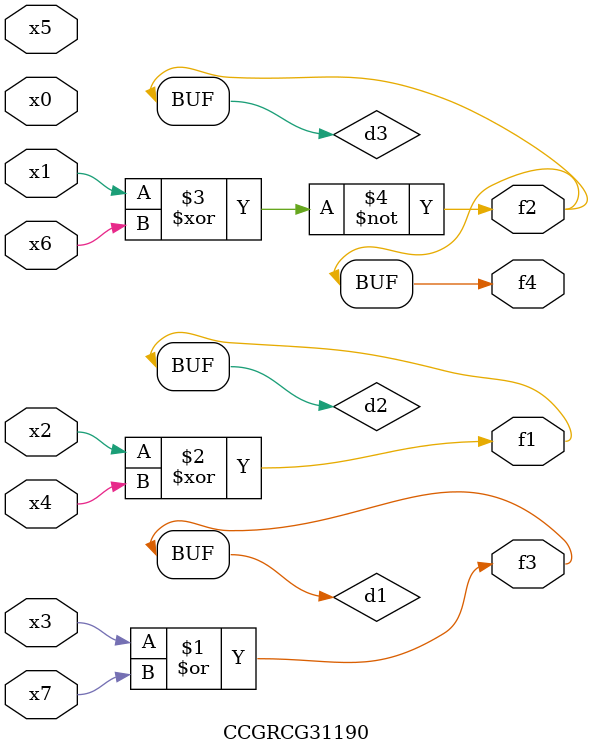
<source format=v>
module CCGRCG31190(
	input x0, x1, x2, x3, x4, x5, x6, x7,
	output f1, f2, f3, f4
);

	wire d1, d2, d3;

	or (d1, x3, x7);
	xor (d2, x2, x4);
	xnor (d3, x1, x6);
	assign f1 = d2;
	assign f2 = d3;
	assign f3 = d1;
	assign f4 = d3;
endmodule

</source>
